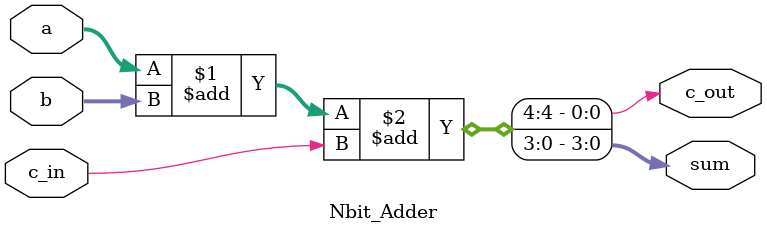
<source format=v>
`timescale 1ns / 1ps


module Nbit_Adder #(parameter N = 4)
                   (input [N-1:0] a,b,
                    input c_in,
                    output [N-1:0] sum,
                    output c_out);
    
    assign {c_out, sum} = a + b + c_in;

endmodule

</source>
